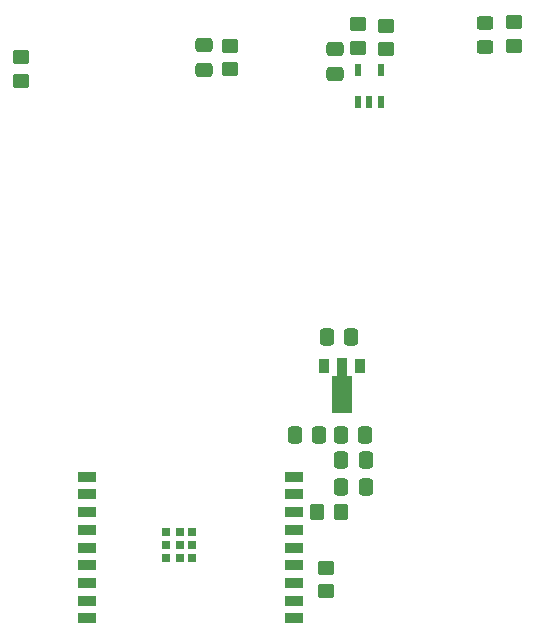
<source format=gbr>
%TF.GenerationSoftware,KiCad,Pcbnew,(6.0.2)*%
%TF.CreationDate,2023-01-30T01:25:14-05:00*%
%TF.ProjectId,bottom,626f7474-6f6d-42e6-9b69-6361645f7063,rev?*%
%TF.SameCoordinates,Original*%
%TF.FileFunction,Paste,Top*%
%TF.FilePolarity,Positive*%
%FSLAX46Y46*%
G04 Gerber Fmt 4.6, Leading zero omitted, Abs format (unit mm)*
G04 Created by KiCad (PCBNEW (6.0.2)) date 2023-01-30 01:25:14*
%MOMM*%
%LPD*%
G01*
G04 APERTURE LIST*
G04 Aperture macros list*
%AMRoundRect*
0 Rectangle with rounded corners*
0 $1 Rounding radius*
0 $2 $3 $4 $5 $6 $7 $8 $9 X,Y pos of 4 corners*
0 Add a 4 corners polygon primitive as box body*
4,1,4,$2,$3,$4,$5,$6,$7,$8,$9,$2,$3,0*
0 Add four circle primitives for the rounded corners*
1,1,$1+$1,$2,$3*
1,1,$1+$1,$4,$5*
1,1,$1+$1,$6,$7*
1,1,$1+$1,$8,$9*
0 Add four rect primitives between the rounded corners*
20,1,$1+$1,$2,$3,$4,$5,0*
20,1,$1+$1,$4,$5,$6,$7,0*
20,1,$1+$1,$6,$7,$8,$9,0*
20,1,$1+$1,$8,$9,$2,$3,0*%
%AMFreePoly0*
4,1,9,3.862500,-0.866500,0.737500,-0.866500,0.737500,-0.450000,-0.737500,-0.450000,-0.737500,0.450000,0.737500,0.450000,0.737500,0.866500,3.862500,0.866500,3.862500,-0.866500,3.862500,-0.866500,$1*%
G04 Aperture macros list end*
%ADD10RoundRect,0.250000X-0.450000X0.350000X-0.450000X-0.350000X0.450000X-0.350000X0.450000X0.350000X0*%
%ADD11RoundRect,0.250000X-0.350000X-0.450000X0.350000X-0.450000X0.350000X0.450000X-0.350000X0.450000X0*%
%ADD12R,0.900000X1.300000*%
%ADD13FreePoly0,270.000000*%
%ADD14RoundRect,0.250000X-0.450000X0.325000X-0.450000X-0.325000X0.450000X-0.325000X0.450000X0.325000X0*%
%ADD15RoundRect,0.250000X-0.337500X-0.475000X0.337500X-0.475000X0.337500X0.475000X-0.337500X0.475000X0*%
%ADD16R,0.600000X1.050000*%
%ADD17R,1.500000X0.900000*%
%ADD18R,0.700000X0.700000*%
%ADD19RoundRect,0.250000X0.475000X-0.337500X0.475000X0.337500X-0.475000X0.337500X-0.475000X-0.337500X0*%
%ADD20RoundRect,0.250000X0.450000X-0.350000X0.450000X0.350000X-0.450000X0.350000X-0.450000X-0.350000X0*%
G04 APERTURE END LIST*
D10*
%TO.C,R3*%
X175109860Y-83980000D03*
X175109860Y-85980000D03*
%TD*%
D11*
%TO.C,R14*%
X169309860Y-125180000D03*
X171309860Y-125180000D03*
%TD*%
D12*
%TO.C,U4*%
X172902400Y-112830000D03*
D13*
X171402400Y-112917500D03*
D12*
X169902400Y-112830000D03*
%TD*%
D14*
%TO.C,D2*%
X183509860Y-83730000D03*
X183509860Y-85780000D03*
%TD*%
D15*
%TO.C,C8*%
X167372360Y-118680000D03*
X169447360Y-118680000D03*
%TD*%
D16*
%TO.C,U2*%
X172752400Y-90480000D03*
X173702400Y-90480000D03*
X174652400Y-90480000D03*
X174652400Y-87780000D03*
X172752400Y-87780000D03*
%TD*%
D15*
%TO.C,C5*%
X171272360Y-118680000D03*
X173347360Y-118680000D03*
%TD*%
D17*
%TO.C,U5*%
X167309860Y-134180000D03*
X167309860Y-132680000D03*
X167309860Y-131180000D03*
X167309860Y-129680000D03*
X167309860Y-128180000D03*
X167309860Y-126680000D03*
X167309860Y-125180000D03*
X167309860Y-123680000D03*
X167309860Y-122180000D03*
X149809860Y-122180000D03*
X149809860Y-123680000D03*
X149809860Y-125180000D03*
X149809860Y-126680000D03*
X149809860Y-128180000D03*
X149809860Y-129680000D03*
X149809860Y-131180000D03*
X149809860Y-132680000D03*
X149809860Y-134180000D03*
D18*
X156499860Y-129080000D03*
X158699860Y-127980000D03*
X158699860Y-129080000D03*
X156499860Y-126880000D03*
X157649860Y-129080000D03*
X157649860Y-126880000D03*
X157649860Y-127980000D03*
X156499860Y-127980000D03*
X158699860Y-126880000D03*
%TD*%
D10*
%TO.C,R8*%
X161909860Y-85680000D03*
X161909860Y-87680000D03*
%TD*%
%TO.C,R7*%
X144209860Y-86680000D03*
X144209860Y-88680000D03*
%TD*%
D19*
%TO.C,C2*%
X159709860Y-87717500D03*
X159709860Y-85642500D03*
%TD*%
D20*
%TO.C,R12*%
X170009860Y-131880000D03*
X170009860Y-129880000D03*
%TD*%
D10*
%TO.C,R10*%
X185909860Y-83680000D03*
X185909860Y-85680000D03*
%TD*%
D15*
%TO.C,C6*%
X171309860Y-123080000D03*
X173384860Y-123080000D03*
%TD*%
%TO.C,C7*%
X171309860Y-120780000D03*
X173384860Y-120780000D03*
%TD*%
D19*
%TO.C,C1*%
X170802400Y-88080000D03*
X170802400Y-86005000D03*
%TD*%
D15*
%TO.C,C4*%
X170077400Y-110380000D03*
X172152400Y-110380000D03*
%TD*%
D10*
%TO.C,R2*%
X172709860Y-83880000D03*
X172709860Y-85880000D03*
%TD*%
M02*

</source>
